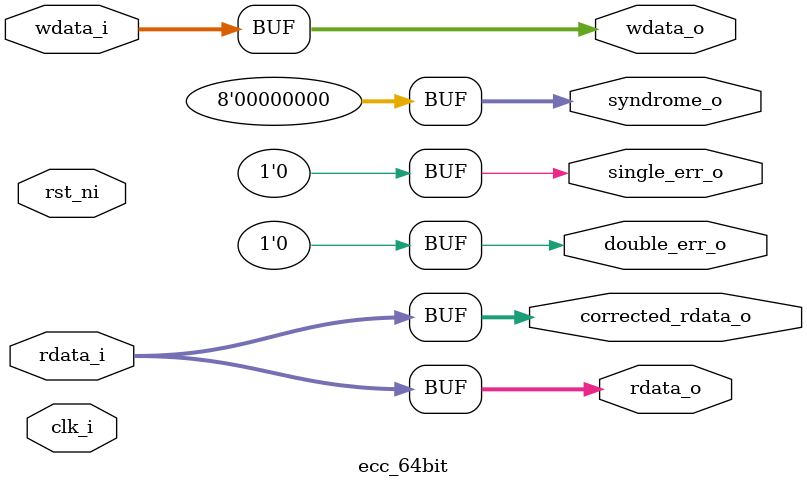
<source format=sv>

`timescale 1ns/1ps

module tensor_buffer #
(
    parameter int SIZE           = 2097152,
    parameter int DATA_WIDTH     = 512,
    parameter int ADDR_WIDTH     = 16,
    parameter int NUM_BANKS      = 16,
    parameter bit ECC_ENABLE     = 1'b1
)
(
    // Clock and Reset
    input  logic                  clk_i,
    input  logic                  rst_ni,

    // SRAM Interface
    input  logic                  we_i,           // Write enable (active low)
    input  logic [ADDR_WIDTH-1:0] addr_i,
    input  logic [DATA_WIDTH-1:0] wdata_i,
    input  logic [DATA_WIDTH/8-1:0] wmask_i,    // Byte enable
    output logic [DATA_WIDTH-1:0] rdata_o,

    // Power Management
    input  logic                  power_gate_i,   // Power gate control
    output logic                  power_ok_o,     // Power good indicator

    // ECC Status
    output logic                  ecc_error_o,    // Single-bit error detected
    output logic                  ecc_uncorrectable_o, // Multi-bit error
    output logic [7:0]            ecc_err_count_o // Error counter
);

    //-------------------------------------------------------------------------
    // Parameters
    //-------------------------------------------------------------------------
    localparam int BANK_SIZE      = SIZE / NUM_BANKS;
    localparam int BANK_ADDR      = $clog2(BANK_SIZE);
    localparam int BYTE_WIDTH     = 8;
    localparam int BYTE_COUNT     = DATA_WIDTH / BYTE_WIDTH;

    //-------------------------------------------------------------------------
    // Signals
    //-------------------------------------------------------------------------
    // Bank signals
    logic [DATA_WIDTH-1:0]        bank_wdata [NUM_BANKS-1:0];
    logic [DATA_WIDTH/8-1:0]      bank_wmask [NUM_BANKS-1:0];
    logic [BANK_ADDR-1:0]         bank_addr [NUM_BANKS-1:0];
    logic                         bank_we [NUM_BANKS-1:0];
    logic [DATA_WIDTH-1:0]        bank_rdata [NUM_BANKS-1:0];

    // ECC signals
    logic [DATA_WIDTH-1:0]        ecc_encoded_wdata;
    logic [DATA_WIDTH-1:0]        ecc_encoded_rdata;
    logic [7:0]                   ecc_syndrome;
    logic                         ecc_single_err;
    logic                         ecc_double_err;
    logic [DATA_WIDTH-1:0]        ecc_corrected_data;

    // Power management
    logic                         bank_power_en [NUM_BANKS-1:0];
    logic                         all_banks_ready;

    // Error tracking
    logic [7:0]                   error_counter;

    //-------------------------------------------------------------------------
    // Bank Address Decoder
    //-------------------------------------------------------------------------
    generate
        for (genvar i = 0; i < NUM_BANKS; i++) begin : GEN_BANK_DECODE
            assign bank_we[i] = we_i;
            assign bank_addr[i] = addr_i[BANK_ADDR-1:0];
            assign bank_wdata[i] = wdata_i;
            assign bank_wmask[i] = wmask_i;
        end
    endgenerate

    //-------------------------------------------------------------------------
    // SRAM Banks
    //-------------------------------------------------------------------------
    generate
        for (genvar i = 0; i < NUM_BANKS; i++) begin : GEN_SRAM_BANKS
            sram_512x16k #(
                .DATA_WIDTH       (DATA_WIDTH),
                .ADDR_WIDTH       (BANK_ADDR),
                .ECC_ENABLE       (ECC_ENABLE)
            ) u_sram_bank (
                .clk_i            (clk_i),
                .rst_ni           (rst_ni),
                .we_i             (bank_we[i]),
                .addr_i           (bank_addr[i]),
                .wdata_i          (bank_wdata[i]),
                .wmask_i          (bank_wmask[i]),
                .rdata_o          (bank_rdata[i]),
                .ecc_error_o      (),
                .ecc_uncorrectable_o ()
            );
        end
    endgenerate

    //-------------------------------------------------------------------------
    // Output Multiplexer
    //-------------------------------------------------------------------------
    assign rdata_o = bank_rdata[0];

    //-------------------------------------------------------------------------
    // ECC Encoder/Decoder (if enabled)
    //-------------------------------------------------------------------------
    generate
        if (ECC_ENABLE) begin : GEN_ECC
            ecc_64bit #(
                .DATA_WIDTH       (DATA_WIDTH)
            ) u_ecc (
                .clk_i            (clk_i),
                .rst_ni           (rst_ni),
                .wdata_i          (wdata_i),
                .rdata_i          (bank_rdata[0]),
                .wdata_o          (ecc_encoded_wdata),
                .rdata_o          (ecc_encoded_rdata),
                .syndrome_o       (ecc_syndrome),
                .single_err_o     (ecc_single_err),
                .double_err_o     (ecc_double_err),
                .corrected_rdata_o (ecc_corrected_data)
            );

            // Error counting
            always_ff @(posedge clk_i or negedge rst_ni) begin
                if (!rst_ni) begin
                    error_counter <= '0;
                end else if (ecc_single_err || ecc_double_err) begin
                    error_counter <= error_counter + 1;
                end
            end

            // Error outputs
            assign ecc_error_o = ecc_single_err;
            assign ecc_uncorrectable_o = ecc_double_err;
            assign ecc_err_count_o = error_counter;

        end else begin : NO_ECC
            assign ecc_error_o = 1'b0;
            assign ecc_uncorrectable_o = 1'b0;
            assign ecc_err_count_o = '0;
        end
    endgenerate

    //-------------------------------------------------------------------------
    // Power Management
    //-------------------------------------------------------------------------
    generate
        for (genvar i = 0; i < NUM_BANKS; i++) begin : GEN_POWER
            always_ff @(posedge clk_i) begin
                bank_power_en[i] <= ~power_gate_i;
            end
        end
    endgenerate

    assign power_ok_o = all_banks_ready;

endmodule

//-----------------------------------------------------------------------------
// Internal SRAM Module (512-bit wide, 16K depth)
//-----------------------------------------------------------------------------
module sram_512x16k #
(
    parameter int DATA_WIDTH     = 512,
    parameter int ADDR_WIDTH     = 14,
    parameter bit ECC_ENABLE     = 1'b1
)
(
    input  logic                  clk_i,
    input  logic                  rst_ni,
    input  logic                  we_i,
    input  logic [ADDR_WIDTH-1:0] addr_i,
    input  logic [DATA_WIDTH-1:0] wdata_i,
    input  logic [DATA_WIDTH/8-1:0] wmask_i,
    output logic [DATA_WIDTH-1:0] rdata_o,
    output logic                  ecc_error_o,
    output logic                  ecc_uncorrectable_o
);

    //-------------------------------------------------------------------------
    // Memory Array
    //-------------------------------------------------------------------------
    (* ram_style = "block" *)
    logic [DATA_WIDTH-1:0]        mem [(1<<ADDR_WIDTH)-1:0];

    //-------------------------------------------------------------------------
    // Write Operation
    //-------------------------------------------------------------------------
    always_ff @(posedge clk_i) begin
        if (!we_i) begin
            for (int i = 0; i < DATA_WIDTH/8; i++) begin
                if (wmask_i[i]) begin
                    mem[addr_i][i*8+:8] <= wdata_i[i*8+:8];
                end
            end
        end
    end

    //-------------------------------------------------------------------------
    // Read Operation
    //-------------------------------------------------------------------------
    always_ff @(posedge clk_i) begin
        rdata_o <= mem[addr_i];
    end

    //-------------------------------------------------------------------------
    // ECC Placeholder (simplified)
    //-------------------------------------------------------------------------
    assign ecc_error_o = 1'b0;
    assign ecc_uncorrectable_o = 1'b0;

endmodule

//-----------------------------------------------------------------------------
// ECC Encoder/Decoder (64-bit with SECDED)
//-----------------------------------------------------------------------------
module ecc_64bit #
(
    parameter int DATA_WIDTH     = 512
)
(
    input  logic                  clk_i,
    input  logic                  rst_ni,
    input  logic [DATA_WIDTH-1:0] wdata_i,
    input  logic [DATA_WIDTH-1:0] rdata_i,
    output logic [DATA_WIDTH-1:0] wdata_o,
    output logic [DATA_WIDTH-1:0] rdata_o,
    output logic [7:0]            syndrome_o,
    output logic                  single_err_o,
    output logic                  double_err_o,
    output logic [DATA_WIDTH-1:0] corrected_rdata_o
);

    // Simplified ECC (placeholder for full implementation)
    assign wdata_o = wdata_i;
    assign rdata_o = rdata_i;
    assign syndrome_o = '0;
    assign single_err_o = 1'b0;
    assign double_err_o = 1'b0;
    assign corrected_rdata_o = rdata_i;

endmodule

</source>
